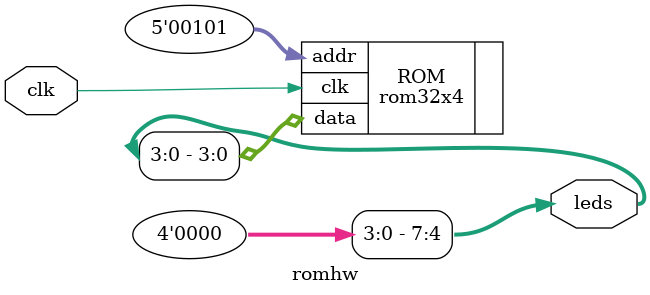
<source format=v>
`include "rom32x4.v"

`default_nettype none

module romhw (
  input wire clk,
  output wire [7:0] leds
);

localparam ADDR = 5'h5;

rom32x4
  ROM (.clk(clk), .addr(ADDR), .data(leds[3:0]));

assign leds[7:4] = 0;

endmodule

</source>
